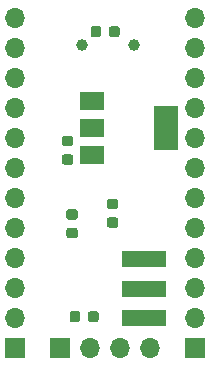
<source format=gbs>
G04 #@! TF.GenerationSoftware,KiCad,Pcbnew,(5.0.0)*
G04 #@! TF.CreationDate,2018-09-15T15:06:13-04:00*
G04 #@! TF.ProjectId,STMPod,53544D506F642E6B696361645F706362,rev?*
G04 #@! TF.SameCoordinates,Original*
G04 #@! TF.FileFunction,Soldermask,Bot*
G04 #@! TF.FilePolarity,Negative*
%FSLAX46Y46*%
G04 Gerber Fmt 4.6, Leading zero omitted, Abs format (unit mm)*
G04 Created by KiCad (PCBNEW (5.0.0)) date 09/15/18 15:06:13*
%MOMM*%
%LPD*%
G01*
G04 APERTURE LIST*
%ADD10C,0.100000*%
%ADD11C,0.875000*%
%ADD12R,3.800000X1.400000*%
%ADD13R,1.700000X1.700000*%
%ADD14O,1.700000X1.700000*%
%ADD15C,1.000000*%
%ADD16R,2.000000X3.800000*%
%ADD17R,2.000000X1.500000*%
G04 APERTURE END LIST*
D10*
G04 #@! TO.C,R1*
G36*
X172934691Y-98459053D02*
X172955926Y-98462203D01*
X172976750Y-98467419D01*
X172996962Y-98474651D01*
X173016368Y-98483830D01*
X173034781Y-98494866D01*
X173052024Y-98507654D01*
X173067930Y-98522070D01*
X173082346Y-98537976D01*
X173095134Y-98555219D01*
X173106170Y-98573632D01*
X173115349Y-98593038D01*
X173122581Y-98613250D01*
X173127797Y-98634074D01*
X173130947Y-98655309D01*
X173132000Y-98676750D01*
X173132000Y-99189250D01*
X173130947Y-99210691D01*
X173127797Y-99231926D01*
X173122581Y-99252750D01*
X173115349Y-99272962D01*
X173106170Y-99292368D01*
X173095134Y-99310781D01*
X173082346Y-99328024D01*
X173067930Y-99343930D01*
X173052024Y-99358346D01*
X173034781Y-99371134D01*
X173016368Y-99382170D01*
X172996962Y-99391349D01*
X172976750Y-99398581D01*
X172955926Y-99403797D01*
X172934691Y-99406947D01*
X172913250Y-99408000D01*
X172475750Y-99408000D01*
X172454309Y-99406947D01*
X172433074Y-99403797D01*
X172412250Y-99398581D01*
X172392038Y-99391349D01*
X172372632Y-99382170D01*
X172354219Y-99371134D01*
X172336976Y-99358346D01*
X172321070Y-99343930D01*
X172306654Y-99328024D01*
X172293866Y-99310781D01*
X172282830Y-99292368D01*
X172273651Y-99272962D01*
X172266419Y-99252750D01*
X172261203Y-99231926D01*
X172258053Y-99210691D01*
X172257000Y-99189250D01*
X172257000Y-98676750D01*
X172258053Y-98655309D01*
X172261203Y-98634074D01*
X172266419Y-98613250D01*
X172273651Y-98593038D01*
X172282830Y-98573632D01*
X172293866Y-98555219D01*
X172306654Y-98537976D01*
X172321070Y-98522070D01*
X172336976Y-98507654D01*
X172354219Y-98494866D01*
X172372632Y-98483830D01*
X172392038Y-98474651D01*
X172412250Y-98467419D01*
X172433074Y-98462203D01*
X172454309Y-98459053D01*
X172475750Y-98458000D01*
X172913250Y-98458000D01*
X172934691Y-98459053D01*
X172934691Y-98459053D01*
G37*
D11*
X172694500Y-98933000D03*
D10*
G36*
X174509691Y-98459053D02*
X174530926Y-98462203D01*
X174551750Y-98467419D01*
X174571962Y-98474651D01*
X174591368Y-98483830D01*
X174609781Y-98494866D01*
X174627024Y-98507654D01*
X174642930Y-98522070D01*
X174657346Y-98537976D01*
X174670134Y-98555219D01*
X174681170Y-98573632D01*
X174690349Y-98593038D01*
X174697581Y-98613250D01*
X174702797Y-98634074D01*
X174705947Y-98655309D01*
X174707000Y-98676750D01*
X174707000Y-99189250D01*
X174705947Y-99210691D01*
X174702797Y-99231926D01*
X174697581Y-99252750D01*
X174690349Y-99272962D01*
X174681170Y-99292368D01*
X174670134Y-99310781D01*
X174657346Y-99328024D01*
X174642930Y-99343930D01*
X174627024Y-99358346D01*
X174609781Y-99371134D01*
X174591368Y-99382170D01*
X174571962Y-99391349D01*
X174551750Y-99398581D01*
X174530926Y-99403797D01*
X174509691Y-99406947D01*
X174488250Y-99408000D01*
X174050750Y-99408000D01*
X174029309Y-99406947D01*
X174008074Y-99403797D01*
X173987250Y-99398581D01*
X173967038Y-99391349D01*
X173947632Y-99382170D01*
X173929219Y-99371134D01*
X173911976Y-99358346D01*
X173896070Y-99343930D01*
X173881654Y-99328024D01*
X173868866Y-99310781D01*
X173857830Y-99292368D01*
X173848651Y-99272962D01*
X173841419Y-99252750D01*
X173836203Y-99231926D01*
X173833053Y-99210691D01*
X173832000Y-99189250D01*
X173832000Y-98676750D01*
X173833053Y-98655309D01*
X173836203Y-98634074D01*
X173841419Y-98613250D01*
X173848651Y-98593038D01*
X173857830Y-98573632D01*
X173868866Y-98555219D01*
X173881654Y-98537976D01*
X173896070Y-98522070D01*
X173911976Y-98507654D01*
X173929219Y-98494866D01*
X173947632Y-98483830D01*
X173967038Y-98474651D01*
X173987250Y-98467419D01*
X174008074Y-98462203D01*
X174029309Y-98459053D01*
X174050750Y-98458000D01*
X174488250Y-98458000D01*
X174509691Y-98459053D01*
X174509691Y-98459053D01*
G37*
D11*
X174269500Y-98933000D03*
G04 #@! TD*
D12*
G04 #@! TO.C,Y1*
X178562000Y-99060000D03*
X178562000Y-96560000D03*
X178562000Y-94060000D03*
G04 #@! TD*
D10*
G04 #@! TO.C,C1*
G36*
X176287691Y-74329053D02*
X176308926Y-74332203D01*
X176329750Y-74337419D01*
X176349962Y-74344651D01*
X176369368Y-74353830D01*
X176387781Y-74364866D01*
X176405024Y-74377654D01*
X176420930Y-74392070D01*
X176435346Y-74407976D01*
X176448134Y-74425219D01*
X176459170Y-74443632D01*
X176468349Y-74463038D01*
X176475581Y-74483250D01*
X176480797Y-74504074D01*
X176483947Y-74525309D01*
X176485000Y-74546750D01*
X176485000Y-75059250D01*
X176483947Y-75080691D01*
X176480797Y-75101926D01*
X176475581Y-75122750D01*
X176468349Y-75142962D01*
X176459170Y-75162368D01*
X176448134Y-75180781D01*
X176435346Y-75198024D01*
X176420930Y-75213930D01*
X176405024Y-75228346D01*
X176387781Y-75241134D01*
X176369368Y-75252170D01*
X176349962Y-75261349D01*
X176329750Y-75268581D01*
X176308926Y-75273797D01*
X176287691Y-75276947D01*
X176266250Y-75278000D01*
X175828750Y-75278000D01*
X175807309Y-75276947D01*
X175786074Y-75273797D01*
X175765250Y-75268581D01*
X175745038Y-75261349D01*
X175725632Y-75252170D01*
X175707219Y-75241134D01*
X175689976Y-75228346D01*
X175674070Y-75213930D01*
X175659654Y-75198024D01*
X175646866Y-75180781D01*
X175635830Y-75162368D01*
X175626651Y-75142962D01*
X175619419Y-75122750D01*
X175614203Y-75101926D01*
X175611053Y-75080691D01*
X175610000Y-75059250D01*
X175610000Y-74546750D01*
X175611053Y-74525309D01*
X175614203Y-74504074D01*
X175619419Y-74483250D01*
X175626651Y-74463038D01*
X175635830Y-74443632D01*
X175646866Y-74425219D01*
X175659654Y-74407976D01*
X175674070Y-74392070D01*
X175689976Y-74377654D01*
X175707219Y-74364866D01*
X175725632Y-74353830D01*
X175745038Y-74344651D01*
X175765250Y-74337419D01*
X175786074Y-74332203D01*
X175807309Y-74329053D01*
X175828750Y-74328000D01*
X176266250Y-74328000D01*
X176287691Y-74329053D01*
X176287691Y-74329053D01*
G37*
D11*
X176047500Y-74803000D03*
D10*
G36*
X174712691Y-74329053D02*
X174733926Y-74332203D01*
X174754750Y-74337419D01*
X174774962Y-74344651D01*
X174794368Y-74353830D01*
X174812781Y-74364866D01*
X174830024Y-74377654D01*
X174845930Y-74392070D01*
X174860346Y-74407976D01*
X174873134Y-74425219D01*
X174884170Y-74443632D01*
X174893349Y-74463038D01*
X174900581Y-74483250D01*
X174905797Y-74504074D01*
X174908947Y-74525309D01*
X174910000Y-74546750D01*
X174910000Y-75059250D01*
X174908947Y-75080691D01*
X174905797Y-75101926D01*
X174900581Y-75122750D01*
X174893349Y-75142962D01*
X174884170Y-75162368D01*
X174873134Y-75180781D01*
X174860346Y-75198024D01*
X174845930Y-75213930D01*
X174830024Y-75228346D01*
X174812781Y-75241134D01*
X174794368Y-75252170D01*
X174774962Y-75261349D01*
X174754750Y-75268581D01*
X174733926Y-75273797D01*
X174712691Y-75276947D01*
X174691250Y-75278000D01*
X174253750Y-75278000D01*
X174232309Y-75276947D01*
X174211074Y-75273797D01*
X174190250Y-75268581D01*
X174170038Y-75261349D01*
X174150632Y-75252170D01*
X174132219Y-75241134D01*
X174114976Y-75228346D01*
X174099070Y-75213930D01*
X174084654Y-75198024D01*
X174071866Y-75180781D01*
X174060830Y-75162368D01*
X174051651Y-75142962D01*
X174044419Y-75122750D01*
X174039203Y-75101926D01*
X174036053Y-75080691D01*
X174035000Y-75059250D01*
X174035000Y-74546750D01*
X174036053Y-74525309D01*
X174039203Y-74504074D01*
X174044419Y-74483250D01*
X174051651Y-74463038D01*
X174060830Y-74443632D01*
X174071866Y-74425219D01*
X174084654Y-74407976D01*
X174099070Y-74392070D01*
X174114976Y-74377654D01*
X174132219Y-74364866D01*
X174150632Y-74353830D01*
X174170038Y-74344651D01*
X174190250Y-74337419D01*
X174211074Y-74332203D01*
X174232309Y-74329053D01*
X174253750Y-74328000D01*
X174691250Y-74328000D01*
X174712691Y-74329053D01*
X174712691Y-74329053D01*
G37*
D11*
X174472500Y-74803000D03*
G04 #@! TD*
D10*
G04 #@! TO.C,C2*
G36*
X172362691Y-85187053D02*
X172383926Y-85190203D01*
X172404750Y-85195419D01*
X172424962Y-85202651D01*
X172444368Y-85211830D01*
X172462781Y-85222866D01*
X172480024Y-85235654D01*
X172495930Y-85250070D01*
X172510346Y-85265976D01*
X172523134Y-85283219D01*
X172534170Y-85301632D01*
X172543349Y-85321038D01*
X172550581Y-85341250D01*
X172555797Y-85362074D01*
X172558947Y-85383309D01*
X172560000Y-85404750D01*
X172560000Y-85842250D01*
X172558947Y-85863691D01*
X172555797Y-85884926D01*
X172550581Y-85905750D01*
X172543349Y-85925962D01*
X172534170Y-85945368D01*
X172523134Y-85963781D01*
X172510346Y-85981024D01*
X172495930Y-85996930D01*
X172480024Y-86011346D01*
X172462781Y-86024134D01*
X172444368Y-86035170D01*
X172424962Y-86044349D01*
X172404750Y-86051581D01*
X172383926Y-86056797D01*
X172362691Y-86059947D01*
X172341250Y-86061000D01*
X171828750Y-86061000D01*
X171807309Y-86059947D01*
X171786074Y-86056797D01*
X171765250Y-86051581D01*
X171745038Y-86044349D01*
X171725632Y-86035170D01*
X171707219Y-86024134D01*
X171689976Y-86011346D01*
X171674070Y-85996930D01*
X171659654Y-85981024D01*
X171646866Y-85963781D01*
X171635830Y-85945368D01*
X171626651Y-85925962D01*
X171619419Y-85905750D01*
X171614203Y-85884926D01*
X171611053Y-85863691D01*
X171610000Y-85842250D01*
X171610000Y-85404750D01*
X171611053Y-85383309D01*
X171614203Y-85362074D01*
X171619419Y-85341250D01*
X171626651Y-85321038D01*
X171635830Y-85301632D01*
X171646866Y-85283219D01*
X171659654Y-85265976D01*
X171674070Y-85250070D01*
X171689976Y-85235654D01*
X171707219Y-85222866D01*
X171725632Y-85211830D01*
X171745038Y-85202651D01*
X171765250Y-85195419D01*
X171786074Y-85190203D01*
X171807309Y-85187053D01*
X171828750Y-85186000D01*
X172341250Y-85186000D01*
X172362691Y-85187053D01*
X172362691Y-85187053D01*
G37*
D11*
X172085000Y-85623500D03*
D10*
G36*
X172362691Y-83612053D02*
X172383926Y-83615203D01*
X172404750Y-83620419D01*
X172424962Y-83627651D01*
X172444368Y-83636830D01*
X172462781Y-83647866D01*
X172480024Y-83660654D01*
X172495930Y-83675070D01*
X172510346Y-83690976D01*
X172523134Y-83708219D01*
X172534170Y-83726632D01*
X172543349Y-83746038D01*
X172550581Y-83766250D01*
X172555797Y-83787074D01*
X172558947Y-83808309D01*
X172560000Y-83829750D01*
X172560000Y-84267250D01*
X172558947Y-84288691D01*
X172555797Y-84309926D01*
X172550581Y-84330750D01*
X172543349Y-84350962D01*
X172534170Y-84370368D01*
X172523134Y-84388781D01*
X172510346Y-84406024D01*
X172495930Y-84421930D01*
X172480024Y-84436346D01*
X172462781Y-84449134D01*
X172444368Y-84460170D01*
X172424962Y-84469349D01*
X172404750Y-84476581D01*
X172383926Y-84481797D01*
X172362691Y-84484947D01*
X172341250Y-84486000D01*
X171828750Y-84486000D01*
X171807309Y-84484947D01*
X171786074Y-84481797D01*
X171765250Y-84476581D01*
X171745038Y-84469349D01*
X171725632Y-84460170D01*
X171707219Y-84449134D01*
X171689976Y-84436346D01*
X171674070Y-84421930D01*
X171659654Y-84406024D01*
X171646866Y-84388781D01*
X171635830Y-84370368D01*
X171626651Y-84350962D01*
X171619419Y-84330750D01*
X171614203Y-84309926D01*
X171611053Y-84288691D01*
X171610000Y-84267250D01*
X171610000Y-83829750D01*
X171611053Y-83808309D01*
X171614203Y-83787074D01*
X171619419Y-83766250D01*
X171626651Y-83746038D01*
X171635830Y-83726632D01*
X171646866Y-83708219D01*
X171659654Y-83690976D01*
X171674070Y-83675070D01*
X171689976Y-83660654D01*
X171707219Y-83647866D01*
X171725632Y-83636830D01*
X171745038Y-83627651D01*
X171765250Y-83620419D01*
X171786074Y-83615203D01*
X171807309Y-83612053D01*
X171828750Y-83611000D01*
X172341250Y-83611000D01*
X172362691Y-83612053D01*
X172362691Y-83612053D01*
G37*
D11*
X172085000Y-84048500D03*
G04 #@! TD*
D10*
G04 #@! TO.C,C3*
G36*
X172743691Y-91410053D02*
X172764926Y-91413203D01*
X172785750Y-91418419D01*
X172805962Y-91425651D01*
X172825368Y-91434830D01*
X172843781Y-91445866D01*
X172861024Y-91458654D01*
X172876930Y-91473070D01*
X172891346Y-91488976D01*
X172904134Y-91506219D01*
X172915170Y-91524632D01*
X172924349Y-91544038D01*
X172931581Y-91564250D01*
X172936797Y-91585074D01*
X172939947Y-91606309D01*
X172941000Y-91627750D01*
X172941000Y-92065250D01*
X172939947Y-92086691D01*
X172936797Y-92107926D01*
X172931581Y-92128750D01*
X172924349Y-92148962D01*
X172915170Y-92168368D01*
X172904134Y-92186781D01*
X172891346Y-92204024D01*
X172876930Y-92219930D01*
X172861024Y-92234346D01*
X172843781Y-92247134D01*
X172825368Y-92258170D01*
X172805962Y-92267349D01*
X172785750Y-92274581D01*
X172764926Y-92279797D01*
X172743691Y-92282947D01*
X172722250Y-92284000D01*
X172209750Y-92284000D01*
X172188309Y-92282947D01*
X172167074Y-92279797D01*
X172146250Y-92274581D01*
X172126038Y-92267349D01*
X172106632Y-92258170D01*
X172088219Y-92247134D01*
X172070976Y-92234346D01*
X172055070Y-92219930D01*
X172040654Y-92204024D01*
X172027866Y-92186781D01*
X172016830Y-92168368D01*
X172007651Y-92148962D01*
X172000419Y-92128750D01*
X171995203Y-92107926D01*
X171992053Y-92086691D01*
X171991000Y-92065250D01*
X171991000Y-91627750D01*
X171992053Y-91606309D01*
X171995203Y-91585074D01*
X172000419Y-91564250D01*
X172007651Y-91544038D01*
X172016830Y-91524632D01*
X172027866Y-91506219D01*
X172040654Y-91488976D01*
X172055070Y-91473070D01*
X172070976Y-91458654D01*
X172088219Y-91445866D01*
X172106632Y-91434830D01*
X172126038Y-91425651D01*
X172146250Y-91418419D01*
X172167074Y-91413203D01*
X172188309Y-91410053D01*
X172209750Y-91409000D01*
X172722250Y-91409000D01*
X172743691Y-91410053D01*
X172743691Y-91410053D01*
G37*
D11*
X172466000Y-91846500D03*
D10*
G36*
X172743691Y-89835053D02*
X172764926Y-89838203D01*
X172785750Y-89843419D01*
X172805962Y-89850651D01*
X172825368Y-89859830D01*
X172843781Y-89870866D01*
X172861024Y-89883654D01*
X172876930Y-89898070D01*
X172891346Y-89913976D01*
X172904134Y-89931219D01*
X172915170Y-89949632D01*
X172924349Y-89969038D01*
X172931581Y-89989250D01*
X172936797Y-90010074D01*
X172939947Y-90031309D01*
X172941000Y-90052750D01*
X172941000Y-90490250D01*
X172939947Y-90511691D01*
X172936797Y-90532926D01*
X172931581Y-90553750D01*
X172924349Y-90573962D01*
X172915170Y-90593368D01*
X172904134Y-90611781D01*
X172891346Y-90629024D01*
X172876930Y-90644930D01*
X172861024Y-90659346D01*
X172843781Y-90672134D01*
X172825368Y-90683170D01*
X172805962Y-90692349D01*
X172785750Y-90699581D01*
X172764926Y-90704797D01*
X172743691Y-90707947D01*
X172722250Y-90709000D01*
X172209750Y-90709000D01*
X172188309Y-90707947D01*
X172167074Y-90704797D01*
X172146250Y-90699581D01*
X172126038Y-90692349D01*
X172106632Y-90683170D01*
X172088219Y-90672134D01*
X172070976Y-90659346D01*
X172055070Y-90644930D01*
X172040654Y-90629024D01*
X172027866Y-90611781D01*
X172016830Y-90593368D01*
X172007651Y-90573962D01*
X172000419Y-90553750D01*
X171995203Y-90532926D01*
X171992053Y-90511691D01*
X171991000Y-90490250D01*
X171991000Y-90052750D01*
X171992053Y-90031309D01*
X171995203Y-90010074D01*
X172000419Y-89989250D01*
X172007651Y-89969038D01*
X172016830Y-89949632D01*
X172027866Y-89931219D01*
X172040654Y-89913976D01*
X172055070Y-89898070D01*
X172070976Y-89883654D01*
X172088219Y-89870866D01*
X172106632Y-89859830D01*
X172126038Y-89850651D01*
X172146250Y-89843419D01*
X172167074Y-89838203D01*
X172188309Y-89835053D01*
X172209750Y-89834000D01*
X172722250Y-89834000D01*
X172743691Y-89835053D01*
X172743691Y-89835053D01*
G37*
D11*
X172466000Y-90271500D03*
G04 #@! TD*
D10*
G04 #@! TO.C,C4*
G36*
X176172691Y-88946053D02*
X176193926Y-88949203D01*
X176214750Y-88954419D01*
X176234962Y-88961651D01*
X176254368Y-88970830D01*
X176272781Y-88981866D01*
X176290024Y-88994654D01*
X176305930Y-89009070D01*
X176320346Y-89024976D01*
X176333134Y-89042219D01*
X176344170Y-89060632D01*
X176353349Y-89080038D01*
X176360581Y-89100250D01*
X176365797Y-89121074D01*
X176368947Y-89142309D01*
X176370000Y-89163750D01*
X176370000Y-89601250D01*
X176368947Y-89622691D01*
X176365797Y-89643926D01*
X176360581Y-89664750D01*
X176353349Y-89684962D01*
X176344170Y-89704368D01*
X176333134Y-89722781D01*
X176320346Y-89740024D01*
X176305930Y-89755930D01*
X176290024Y-89770346D01*
X176272781Y-89783134D01*
X176254368Y-89794170D01*
X176234962Y-89803349D01*
X176214750Y-89810581D01*
X176193926Y-89815797D01*
X176172691Y-89818947D01*
X176151250Y-89820000D01*
X175638750Y-89820000D01*
X175617309Y-89818947D01*
X175596074Y-89815797D01*
X175575250Y-89810581D01*
X175555038Y-89803349D01*
X175535632Y-89794170D01*
X175517219Y-89783134D01*
X175499976Y-89770346D01*
X175484070Y-89755930D01*
X175469654Y-89740024D01*
X175456866Y-89722781D01*
X175445830Y-89704368D01*
X175436651Y-89684962D01*
X175429419Y-89664750D01*
X175424203Y-89643926D01*
X175421053Y-89622691D01*
X175420000Y-89601250D01*
X175420000Y-89163750D01*
X175421053Y-89142309D01*
X175424203Y-89121074D01*
X175429419Y-89100250D01*
X175436651Y-89080038D01*
X175445830Y-89060632D01*
X175456866Y-89042219D01*
X175469654Y-89024976D01*
X175484070Y-89009070D01*
X175499976Y-88994654D01*
X175517219Y-88981866D01*
X175535632Y-88970830D01*
X175555038Y-88961651D01*
X175575250Y-88954419D01*
X175596074Y-88949203D01*
X175617309Y-88946053D01*
X175638750Y-88945000D01*
X176151250Y-88945000D01*
X176172691Y-88946053D01*
X176172691Y-88946053D01*
G37*
D11*
X175895000Y-89382500D03*
D10*
G36*
X176172691Y-90521053D02*
X176193926Y-90524203D01*
X176214750Y-90529419D01*
X176234962Y-90536651D01*
X176254368Y-90545830D01*
X176272781Y-90556866D01*
X176290024Y-90569654D01*
X176305930Y-90584070D01*
X176320346Y-90599976D01*
X176333134Y-90617219D01*
X176344170Y-90635632D01*
X176353349Y-90655038D01*
X176360581Y-90675250D01*
X176365797Y-90696074D01*
X176368947Y-90717309D01*
X176370000Y-90738750D01*
X176370000Y-91176250D01*
X176368947Y-91197691D01*
X176365797Y-91218926D01*
X176360581Y-91239750D01*
X176353349Y-91259962D01*
X176344170Y-91279368D01*
X176333134Y-91297781D01*
X176320346Y-91315024D01*
X176305930Y-91330930D01*
X176290024Y-91345346D01*
X176272781Y-91358134D01*
X176254368Y-91369170D01*
X176234962Y-91378349D01*
X176214750Y-91385581D01*
X176193926Y-91390797D01*
X176172691Y-91393947D01*
X176151250Y-91395000D01*
X175638750Y-91395000D01*
X175617309Y-91393947D01*
X175596074Y-91390797D01*
X175575250Y-91385581D01*
X175555038Y-91378349D01*
X175535632Y-91369170D01*
X175517219Y-91358134D01*
X175499976Y-91345346D01*
X175484070Y-91330930D01*
X175469654Y-91315024D01*
X175456866Y-91297781D01*
X175445830Y-91279368D01*
X175436651Y-91259962D01*
X175429419Y-91239750D01*
X175424203Y-91218926D01*
X175421053Y-91197691D01*
X175420000Y-91176250D01*
X175420000Y-90738750D01*
X175421053Y-90717309D01*
X175424203Y-90696074D01*
X175429419Y-90675250D01*
X175436651Y-90655038D01*
X175445830Y-90635632D01*
X175456866Y-90617219D01*
X175469654Y-90599976D01*
X175484070Y-90584070D01*
X175499976Y-90569654D01*
X175517219Y-90556866D01*
X175535632Y-90545830D01*
X175555038Y-90536651D01*
X175575250Y-90529419D01*
X175596074Y-90524203D01*
X175617309Y-90521053D01*
X175638750Y-90520000D01*
X176151250Y-90520000D01*
X176172691Y-90521053D01*
X176172691Y-90521053D01*
G37*
D11*
X175895000Y-90957500D03*
G04 #@! TD*
D13*
G04 #@! TO.C,J1*
X171450000Y-101600000D03*
D14*
X173990000Y-101600000D03*
X176530000Y-101600000D03*
X179070000Y-101600000D03*
G04 #@! TD*
D13*
G04 #@! TO.C,J2*
X182880000Y-101600000D03*
D14*
X182880000Y-99060000D03*
X182880000Y-96520000D03*
X182880000Y-93980000D03*
X182880000Y-91440000D03*
X182880000Y-88900000D03*
X182880000Y-86360000D03*
X182880000Y-83820000D03*
X182880000Y-81280000D03*
X182880000Y-78740000D03*
X182880000Y-76200000D03*
X182880000Y-73660000D03*
G04 #@! TD*
G04 #@! TO.C,J3*
X167640000Y-73660000D03*
X167640000Y-76200000D03*
X167640000Y-78740000D03*
X167640000Y-81280000D03*
X167640000Y-83820000D03*
X167640000Y-86360000D03*
X167640000Y-88900000D03*
X167640000Y-91440000D03*
X167640000Y-93980000D03*
X167640000Y-96520000D03*
X167640000Y-99060000D03*
D13*
X167640000Y-101600000D03*
G04 #@! TD*
D15*
G04 #@! TO.C,J4*
X177714000Y-75946000D03*
X173314000Y-75946000D03*
G04 #@! TD*
D16*
G04 #@! TO.C,U2*
X180442000Y-82931000D03*
D17*
X174142000Y-82931000D03*
X174142000Y-80631000D03*
X174142000Y-85231000D03*
G04 #@! TD*
M02*

</source>
